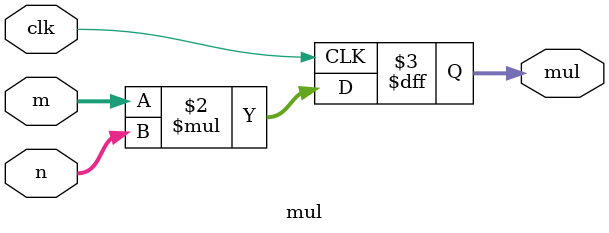
<source format=sv>
module mul(input clk,
	input [7:0]m,n,
	output reg [15:0]mul
);
	always@(posedge clk) begin
		mul <= m*n;
	end

endmodule
</source>
